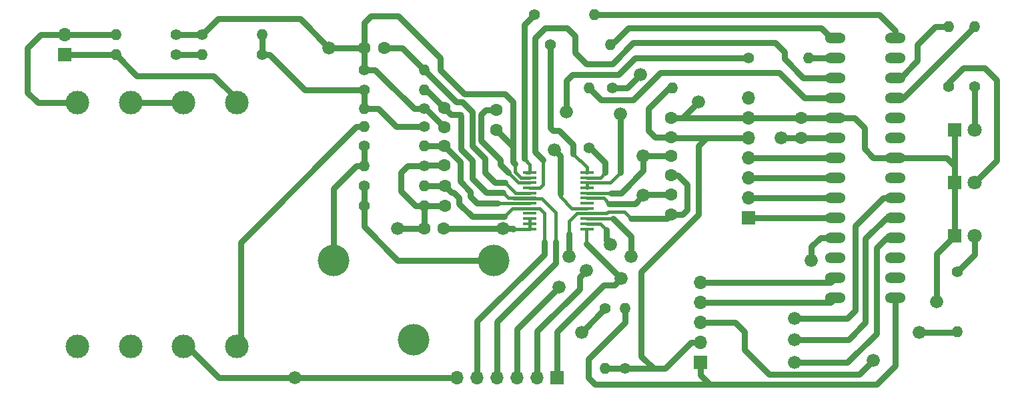
<source format=gbl>
G04 #@! TF.GenerationSoftware,KiCad,Pcbnew,(5.0.0)*
G04 #@! TF.CreationDate,2019-03-14T19:33:34-04:00*
G04 #@! TF.ProjectId,Power Sense 3.0,506F7765722053656E736520332E302E,rev?*
G04 #@! TF.SameCoordinates,Original*
G04 #@! TF.FileFunction,Copper,L2,Bot,Signal*
G04 #@! TF.FilePolarity,Positive*
%FSLAX46Y46*%
G04 Gerber Fmt 4.6, Leading zero omitted, Abs format (unit mm)*
G04 Created by KiCad (PCBNEW (5.0.0)) date 03/14/19 19:33:34*
%MOMM*%
%LPD*%
G01*
G04 APERTURE LIST*
G04 #@! TA.AperFunction,ComponentPad*
%ADD10C,3.000000*%
G04 #@! TD*
G04 #@! TA.AperFunction,ComponentPad*
%ADD11C,1.600000*%
G04 #@! TD*
G04 #@! TA.AperFunction,ComponentPad*
%ADD12R,1.800000X1.800000*%
G04 #@! TD*
G04 #@! TA.AperFunction,ComponentPad*
%ADD13C,1.800000*%
G04 #@! TD*
G04 #@! TA.AperFunction,SMDPad,CuDef*
%ADD14R,1.676400X0.431800*%
G04 #@! TD*
G04 #@! TA.AperFunction,ComponentPad*
%ADD15R,1.700000X1.700000*%
G04 #@! TD*
G04 #@! TA.AperFunction,ComponentPad*
%ADD16O,1.700000X1.700000*%
G04 #@! TD*
G04 #@! TA.AperFunction,ComponentPad*
%ADD17C,1.400000*%
G04 #@! TD*
G04 #@! TA.AperFunction,ComponentPad*
%ADD18O,1.400000X1.400000*%
G04 #@! TD*
G04 #@! TA.AperFunction,ComponentPad*
%ADD19C,4.000000*%
G04 #@! TD*
G04 #@! TA.AperFunction,ComponentPad*
%ADD20O,2.641600X1.320800*%
G04 #@! TD*
G04 #@! TA.AperFunction,ComponentPad*
%ADD21C,1.676400*%
G04 #@! TD*
G04 #@! TA.AperFunction,ViaPad*
%ADD22C,1.676400*%
G04 #@! TD*
G04 #@! TA.AperFunction,Conductor*
%ADD23C,0.762000*%
G04 #@! TD*
G04 #@! TA.AperFunction,Conductor*
%ADD24C,0.406400*%
G04 #@! TD*
G04 APERTURE END LIST*
D10*
G04 #@! TO.P,T2,1*
G04 #@! TO.N,/H*
X98488500Y-65659000D03*
G04 #@! TO.P,T2,2*
G04 #@! TO.N,Net-(T2-Pad2)*
X91757500Y-65659000D03*
G04 #@! TO.P,T2,3*
X85026500Y-65659000D03*
G04 #@! TO.P,T2,4*
G04 #@! TO.N,/N*
X78295500Y-65659000D03*
G04 #@! TO.P,T2,5*
G04 #@! TO.N,Net-(R5-Pad2)*
X98488500Y-96647000D03*
G04 #@! TO.P,T2,6*
G04 #@! TO.N,GND*
X91757500Y-96647000D03*
G04 #@! TO.P,T2,7*
G04 #@! TO.N,Net-(T2-Pad7)*
X85026500Y-96647000D03*
G04 #@! TO.P,T2,8*
G04 #@! TO.N,Net-(T2-Pad8)*
X78295500Y-96647000D03*
G04 #@! TD*
D11*
G04 #@! TO.P,C1,1*
G04 #@! TO.N,GND*
X124968000Y-78740000D03*
G04 #@! TO.P,C1,2*
G04 #@! TO.N,/CH0+*
X124968000Y-76240000D03*
G04 #@! TD*
G04 #@! TO.P,C2,1*
G04 #@! TO.N,Net-(C2-Pad1)*
X124841000Y-71120000D03*
G04 #@! TO.P,C2,2*
G04 #@! TO.N,GND*
X124841000Y-73620000D03*
G04 #@! TD*
G04 #@! TO.P,C3,1*
G04 #@! TO.N,GND*
X124841000Y-68794000D03*
G04 #@! TO.P,C3,2*
G04 #@! TO.N,/CH1-*
X124841000Y-66294000D03*
G04 #@! TD*
G04 #@! TO.P,C4,1*
G04 #@! TO.N,/CH1+*
X117221000Y-58674000D03*
G04 #@! TO.P,C4,2*
G04 #@! TO.N,GND*
X114721000Y-58674000D03*
G04 #@! TD*
G04 #@! TO.P,C5,1*
G04 #@! TO.N,Net-(C5-Pad1)*
X131445000Y-66588000D03*
G04 #@! TO.P,C5,2*
G04 #@! TO.N,GND*
X131445000Y-69088000D03*
G04 #@! TD*
G04 #@! TO.P,C6,1*
G04 #@! TO.N,GND*
X122301000Y-81661000D03*
G04 #@! TO.P,C6,2*
G04 #@! TO.N,Net-(C6-Pad2)*
X124801000Y-81661000D03*
G04 #@! TD*
G04 #@! TO.P,C7,1*
G04 #@! TO.N,GND*
X153670000Y-67564000D03*
G04 #@! TO.P,C7,2*
G04 #@! TO.N,/+5V*
X153670000Y-70064000D03*
G04 #@! TD*
G04 #@! TO.P,C8,1*
G04 #@! TO.N,Net-(C8-Pad1)*
X153670000Y-77343000D03*
G04 #@! TO.P,C8,2*
G04 #@! TO.N,GND*
X153670000Y-79843000D03*
G04 #@! TD*
G04 #@! TO.P,C9,1*
G04 #@! TO.N,Net-(C9-Pad1)*
X153670000Y-72390000D03*
G04 #@! TO.P,C9,2*
G04 #@! TO.N,GND*
X153670000Y-74890000D03*
G04 #@! TD*
G04 #@! TO.P,C10,1*
G04 #@! TO.N,Net-(C10-Pad1)*
X170180000Y-70104000D03*
G04 #@! TO.P,C10,2*
G04 #@! TO.N,GND*
X170180000Y-67604000D03*
G04 #@! TD*
D12*
G04 #@! TO.P,D1,1*
G04 #@! TO.N,GND*
X189611000Y-82550000D03*
D13*
G04 #@! TO.P,D1,2*
G04 #@! TO.N,Net-(D1-Pad2)*
X192151000Y-82550000D03*
G04 #@! TD*
D12*
G04 #@! TO.P,D2,1*
G04 #@! TO.N,GND*
X189611000Y-69088000D03*
D13*
G04 #@! TO.P,D2,2*
G04 #@! TO.N,Net-(D2-Pad2)*
X192151000Y-69088000D03*
G04 #@! TD*
D12*
G04 #@! TO.P,D3,1*
G04 #@! TO.N,GND*
X189611000Y-75819000D03*
D13*
G04 #@! TO.P,D3,2*
G04 #@! TO.N,Net-(D3-Pad2)*
X192151000Y-75819000D03*
G04 #@! TD*
D14*
G04 #@! TO.P,IC1,1*
G04 #@! TO.N,Net-(C6-Pad2)*
X135699500Y-81679999D03*
G04 #@! TO.P,IC1,2*
X135699500Y-81030000D03*
G04 #@! TO.P,IC1,3*
X135699500Y-80380002D03*
G04 #@! TO.P,IC1,4*
G04 #@! TO.N,Net-(IC1-Pad4)*
X135699500Y-79730001D03*
G04 #@! TO.P,IC1,5*
G04 #@! TO.N,/CH0+*
X135699500Y-79080002D03*
G04 #@! TO.P,IC1,6*
G04 #@! TO.N,Net-(C2-Pad1)*
X135699500Y-78430001D03*
G04 #@! TO.P,IC1,7*
G04 #@! TO.N,/CH1-*
X135699500Y-77780002D03*
G04 #@! TO.P,IC1,8*
G04 #@! TO.N,/CH1+*
X135699500Y-77130001D03*
G04 #@! TO.P,IC1,9*
G04 #@! TO.N,/MCLR*
X135699500Y-76480002D03*
G04 #@! TO.P,IC1,10*
G04 #@! TO.N,Net-(C5-Pad1)*
X135699500Y-75830001D03*
G04 #@! TO.P,IC1,11*
G04 #@! TO.N,GND*
X135699500Y-75180002D03*
G04 #@! TO.P,IC1,12*
G04 #@! TO.N,/SCK*
X135699500Y-74530001D03*
G04 #@! TO.P,IC1,13*
G04 #@! TO.N,/SDI*
X142938500Y-74530001D03*
G04 #@! TO.P,IC1,14*
G04 #@! TO.N,/MCP_CS_TO_PIC*
X142938500Y-75180000D03*
G04 #@! TO.P,IC1,15*
G04 #@! TO.N,GND*
X142938500Y-75830001D03*
G04 #@! TO.P,IC1,16*
X142938500Y-76479999D03*
G04 #@! TO.P,IC1,17*
G04 #@! TO.N,Net-(C9-Pad1)*
X142938500Y-77130001D03*
G04 #@! TO.P,IC1,18*
G04 #@! TO.N,Net-(C8-Pad1)*
X142938500Y-77779999D03*
G04 #@! TO.P,IC1,19*
G04 #@! TO.N,Net-(IC1-Pad19)*
X142938500Y-78429998D03*
G04 #@! TO.P,IC1,20*
G04 #@! TO.N,/SDO*
X142938500Y-79079999D03*
G04 #@! TO.P,IC1,21*
G04 #@! TO.N,GND*
X142938500Y-79729998D03*
G04 #@! TO.P,IC1,22*
G04 #@! TO.N,/HFtoPIC*
X142938500Y-80379999D03*
G04 #@! TO.P,IC1,23*
G04 #@! TO.N,/Fo1toPIC*
X142938500Y-81029998D03*
G04 #@! TO.P,IC1,24*
G04 #@! TO.N,/Fo0toPIC*
X142938500Y-81679999D03*
G04 #@! TD*
D15*
G04 #@! TO.P,J1,1*
G04 #@! TO.N,/H*
X76657200Y-59512200D03*
D16*
G04 #@! TO.P,J1,2*
G04 #@! TO.N,/N*
X76657200Y-56972200D03*
G04 #@! TD*
D15*
G04 #@! TO.P,J2,1*
G04 #@! TO.N,/5V_PULL_UP*
X157353000Y-98679000D03*
D16*
G04 #@! TO.P,J2,2*
G04 #@! TO.N,/+5V*
X157353000Y-96139000D03*
G04 #@! TO.P,J2,3*
G04 #@! TO.N,GND*
X157353000Y-93599000D03*
G04 #@! TO.P,J2,4*
G04 #@! TO.N,/PROG_CLK*
X157353000Y-91059000D03*
G04 #@! TO.P,J2,5*
G04 #@! TO.N,/PROG_DI*
X157353000Y-88519000D03*
G04 #@! TD*
D17*
G04 #@! TO.P,R2,1*
G04 #@! TO.N,Net-(R2-Pad1)*
X114681000Y-78740000D03*
D18*
G04 #@! TO.P,R2,2*
G04 #@! TO.N,GND*
X122301000Y-78740000D03*
G04 #@! TD*
D17*
G04 #@! TO.P,R3,1*
G04 #@! TO.N,GND*
X122301000Y-73660000D03*
D18*
G04 #@! TO.P,R3,2*
G04 #@! TO.N,Net-(R3-Pad2)*
X114681000Y-73660000D03*
G04 #@! TD*
D17*
G04 #@! TO.P,R6,1*
G04 #@! TO.N,Net-(R2-Pad1)*
X114681000Y-76200000D03*
D18*
G04 #@! TO.P,R6,2*
G04 #@! TO.N,/CH0+*
X122301000Y-76200000D03*
G04 #@! TD*
D17*
G04 #@! TO.P,R7,1*
G04 #@! TO.N,Net-(R3-Pad2)*
X114681000Y-71120000D03*
D18*
G04 #@! TO.P,R7,2*
G04 #@! TO.N,Net-(C2-Pad1)*
X122301000Y-71120000D03*
G04 #@! TD*
D17*
G04 #@! TO.P,R8,1*
G04 #@! TO.N,Net-(R1-Pad1)*
X114681000Y-64008000D03*
D18*
G04 #@! TO.P,R8,2*
G04 #@! TO.N,/CH1-*
X122301000Y-64008000D03*
G04 #@! TD*
D17*
G04 #@! TO.P,R9,1*
G04 #@! TO.N,GND*
X114681000Y-61468000D03*
D18*
G04 #@! TO.P,R9,2*
G04 #@! TO.N,/CH1+*
X122301000Y-61468000D03*
G04 #@! TD*
D17*
G04 #@! TO.P,R10,1*
G04 #@! TO.N,Net-(D1-Pad2)*
X189992000Y-87122000D03*
D18*
G04 #@! TO.P,R10,2*
G04 #@! TO.N,/LED_TO_25*
X189992000Y-94742000D03*
G04 #@! TD*
D17*
G04 #@! TO.P,R11,1*
G04 #@! TO.N,Net-(C6-Pad2)*
X145288000Y-91821000D03*
D18*
G04 #@! TO.P,R11,2*
G04 #@! TO.N,/+5V*
X145288000Y-99441000D03*
G04 #@! TD*
D17*
G04 #@! TO.P,R13,1*
G04 #@! TO.N,/+5V*
X147828000Y-99441000D03*
D18*
G04 #@! TO.P,R13,2*
G04 #@! TO.N,/5V_PULL_UP*
X147828000Y-91821000D03*
G04 #@! TD*
D17*
G04 #@! TO.P,R14,1*
G04 #@! TO.N,Net-(C10-Pad1)*
X146177000Y-63754000D03*
D18*
G04 #@! TO.P,R14,2*
G04 #@! TO.N,/+5V*
X153797000Y-63754000D03*
G04 #@! TD*
D17*
G04 #@! TO.P,R17,1*
G04 #@! TO.N,/SCK*
X136271000Y-54483000D03*
D18*
G04 #@! TO.P,R17,2*
G04 #@! TO.N,Net-(R17-Pad2)*
X143891000Y-54483000D03*
G04 #@! TD*
D17*
G04 #@! TO.P,R18,1*
G04 #@! TO.N,/SDI*
X138303000Y-58293000D03*
D18*
G04 #@! TO.P,R18,2*
G04 #@! TO.N,Net-(R18-Pad2)*
X145923000Y-58293000D03*
G04 #@! TD*
D17*
G04 #@! TO.P,R19,1*
G04 #@! TO.N,/SDO*
X163449000Y-59944000D03*
D18*
G04 #@! TO.P,R19,2*
G04 #@! TO.N,Net-(R19-Pad2)*
X171069000Y-59944000D03*
G04 #@! TD*
D17*
G04 #@! TO.P,R21,1*
G04 #@! TO.N,/MCP_CS_TO_PIC*
X143256000Y-71374000D03*
D18*
G04 #@! TO.P,R21,2*
G04 #@! TO.N,Net-(R21-Pad2)*
X143256000Y-63754000D03*
G04 #@! TD*
D17*
G04 #@! TO.P,R22,1*
G04 #@! TO.N,Net-(D2-Pad2)*
X192151000Y-63627000D03*
D18*
G04 #@! TO.P,R22,2*
G04 #@! TO.N,/LED_TO_11*
X192151000Y-56007000D03*
G04 #@! TD*
D17*
G04 #@! TO.P,R23,1*
G04 #@! TO.N,Net-(D3-Pad2)*
X188849000Y-63627000D03*
D18*
G04 #@! TO.P,R23,2*
G04 #@! TO.N,/LED_TO_12*
X188849000Y-56007000D03*
G04 #@! TD*
D19*
G04 #@! TO.P,T1,3*
G04 #@! TO.N,N/C*
X120967500Y-95811500D03*
G04 #@! TO.P,T1,2*
G04 #@! TO.N,Net-(R3-Pad2)*
X110807500Y-85671500D03*
G04 #@! TO.P,T1,1*
G04 #@! TO.N,Net-(R2-Pad1)*
X131127500Y-85671500D03*
G04 #@! TD*
D20*
G04 #@! TO.P,U1,1*
G04 #@! TO.N,/5V_PULL_UP*
X182118000Y-90424000D03*
G04 #@! TO.P,U1,2*
G04 #@! TO.N,Net-(U1-Pad2)*
X182118000Y-87884000D03*
G04 #@! TO.P,U1,3*
G04 #@! TO.N,Net-(U1-Pad3)*
X182118000Y-85344000D03*
G04 #@! TO.P,U1,4*
G04 #@! TO.N,/Fo0toPIC*
X182118000Y-82804000D03*
G04 #@! TO.P,U1,5*
G04 #@! TO.N,/HFtoPIC*
X182118000Y-80264000D03*
G04 #@! TO.P,U1,6*
G04 #@! TO.N,/Fo1toPIC*
X182118000Y-77724000D03*
G04 #@! TO.P,U1,7*
G04 #@! TO.N,Net-(U1-Pad7)*
X182118000Y-75184000D03*
G04 #@! TO.P,U1,8*
G04 #@! TO.N,GND*
X182118000Y-72644000D03*
G04 #@! TO.P,U1,9*
G04 #@! TO.N,Net-(U1-Pad9)*
X182118000Y-70104000D03*
G04 #@! TO.P,U1,10*
G04 #@! TO.N,Net-(U1-Pad10)*
X182118000Y-67564000D03*
G04 #@! TO.P,U1,11*
G04 #@! TO.N,/LED_TO_11*
X182118000Y-65024000D03*
G04 #@! TO.P,U1,12*
G04 #@! TO.N,/LED_TO_12*
X182118000Y-62484000D03*
G04 #@! TO.P,U1,13*
G04 #@! TO.N,Net-(U1-Pad13)*
X182118000Y-59944000D03*
G04 #@! TO.P,U1,14*
G04 #@! TO.N,Net-(R17-Pad2)*
X182118000Y-57404000D03*
G04 #@! TO.P,U1,15*
G04 #@! TO.N,Net-(R18-Pad2)*
X174498000Y-57404000D03*
G04 #@! TO.P,U1,16*
G04 #@! TO.N,Net-(R19-Pad2)*
X174498000Y-59944000D03*
G04 #@! TO.P,U1,17*
G04 #@! TO.N,/MCLR*
X174498000Y-62484000D03*
G04 #@! TO.P,U1,18*
G04 #@! TO.N,Net-(R21-Pad2)*
X174498000Y-65024000D03*
G04 #@! TO.P,U1,19*
G04 #@! TO.N,GND*
X174498000Y-67564000D03*
G04 #@! TO.P,U1,20*
G04 #@! TO.N,Net-(C10-Pad1)*
X174498000Y-70104000D03*
G04 #@! TO.P,U1,21*
G04 #@! TO.N,/CHIP_SELECT*
X174498000Y-72644000D03*
G04 #@! TO.P,U1,22*
G04 #@! TO.N,/SPI_CLK*
X174498000Y-75184000D03*
G04 #@! TO.P,U1,23*
G04 #@! TO.N,/SPI_MD_OUT*
X174498000Y-77724000D03*
G04 #@! TO.P,U1,24*
G04 #@! TO.N,/SPI_MD_IN*
X174498000Y-80264000D03*
G04 #@! TO.P,U1,25*
G04 #@! TO.N,/LED_TO_25*
X174498000Y-82804000D03*
G04 #@! TO.P,U1,26*
G04 #@! TO.N,Net-(U1-Pad26)*
X174498000Y-85344000D03*
G04 #@! TO.P,U1,27*
G04 #@! TO.N,/PROG_DI*
X174498000Y-87884000D03*
G04 #@! TO.P,U1,28*
G04 #@! TO.N,/PROG_CLK*
X174498000Y-90424000D03*
G04 #@! TD*
D21*
G04 #@! TO.P,Y1,1*
G04 #@! TO.N,Net-(C8-Pad1)*
X150114000Y-77430000D03*
G04 #@! TO.P,Y1,2*
G04 #@! TO.N,Net-(C9-Pad1)*
X150114000Y-72430000D03*
G04 #@! TD*
D17*
G04 #@! TO.P,R12,1*
G04 #@! TO.N,GND*
X122301000Y-66421000D03*
D18*
G04 #@! TO.P,R12,2*
G04 #@! TO.N,Net-(R1-Pad1)*
X114681000Y-66421000D03*
G04 #@! TD*
D17*
G04 #@! TO.P,R1,1*
G04 #@! TO.N,Net-(R1-Pad1)*
X101727000Y-59563000D03*
D18*
G04 #@! TO.P,R1,2*
G04 #@! TO.N,Net-(R1-Pad2)*
X94107000Y-59563000D03*
G04 #@! TD*
D17*
G04 #@! TO.P,R4,1*
G04 #@! TO.N,GND*
X94107000Y-57023000D03*
D18*
G04 #@! TO.P,R4,2*
G04 #@! TO.N,Net-(R1-Pad1)*
X101727000Y-57023000D03*
G04 #@! TD*
G04 #@! TO.P,R5,2*
G04 #@! TO.N,Net-(R5-Pad2)*
X114681000Y-68707000D03*
D17*
G04 #@! TO.P,R5,1*
G04 #@! TO.N,Net-(R1-Pad1)*
X122301000Y-68707000D03*
G04 #@! TD*
D16*
G04 #@! TO.P,J4,6*
G04 #@! TO.N,GND*
X126492000Y-100584000D03*
G04 #@! TO.P,J4,5*
G04 #@! TO.N,/CH0+*
X129032000Y-100584000D03*
G04 #@! TO.P,J4,4*
G04 #@! TO.N,/CH1-*
X131572000Y-100584000D03*
G04 #@! TO.P,J4,3*
G04 #@! TO.N,/HFtoPIC*
X134112000Y-100584000D03*
G04 #@! TO.P,J4,2*
G04 #@! TO.N,/Fo1toPIC*
X136652000Y-100584000D03*
D15*
G04 #@! TO.P,J4,1*
G04 #@! TO.N,/Fo0toPIC*
X139192000Y-100584000D03*
G04 #@! TD*
D17*
G04 #@! TO.P,R20,1*
G04 #@! TO.N,Net-(R1-Pad2)*
X90805000Y-59563000D03*
D18*
G04 #@! TO.P,R20,2*
G04 #@! TO.N,/H*
X83185000Y-59563000D03*
G04 #@! TD*
G04 #@! TO.P,R24,2*
G04 #@! TO.N,/N*
X83185000Y-57023000D03*
D17*
G04 #@! TO.P,R24,1*
G04 #@! TO.N,GND*
X90805000Y-57023000D03*
G04 #@! TD*
D15*
G04 #@! TO.P,J3,1*
G04 #@! TO.N,/SPI_MD_IN*
X163449000Y-80264000D03*
D16*
G04 #@! TO.P,J3,2*
G04 #@! TO.N,/SPI_MD_OUT*
X163449000Y-77724000D03*
G04 #@! TO.P,J3,3*
G04 #@! TO.N,/SPI_CLK*
X163449000Y-75184000D03*
G04 #@! TO.P,J3,4*
G04 #@! TO.N,/CHIP_SELECT*
X163449000Y-72644000D03*
G04 #@! TO.P,J3,5*
G04 #@! TO.N,/+5V*
X163449000Y-70104000D03*
G04 #@! TO.P,J3,6*
G04 #@! TO.N,GND*
X163449000Y-67564000D03*
G04 #@! TO.P,J3,7*
G04 #@! TO.N,/+12V*
X163449000Y-65024000D03*
G04 #@! TD*
D22*
G04 #@! TO.N,GND*
X105918000Y-100584000D03*
X118935500Y-81661000D03*
X110236000Y-58674000D03*
X179324000Y-98425000D03*
X187325000Y-90932000D03*
X157099000Y-65532000D03*
X147193000Y-67056000D03*
X140716000Y-85153500D03*
G04 #@! TO.N,Net-(C6-Pad2)*
X142303500Y-94805500D03*
X132270500Y-81661000D03*
G04 #@! TO.N,Net-(C10-Pad1)*
X167640000Y-70104000D03*
X149733000Y-62103000D03*
G04 #@! TO.N,/SDO*
X138811000Y-71628000D03*
X140335000Y-66802000D03*
G04 #@! TO.N,/HFtoPIC*
X139446000Y-89090500D03*
X169291000Y-95758000D03*
X148590000Y-85217000D03*
G04 #@! TO.N,/Fo1toPIC*
X142875000Y-86995000D03*
X169291000Y-93091000D03*
X145923000Y-83693000D03*
G04 #@! TO.N,/Fo0toPIC*
X169291000Y-98679000D03*
X147320000Y-88011000D03*
G04 #@! TO.N,/LED_TO_25*
X185166000Y-94869000D03*
X171450000Y-85725000D03*
G04 #@! TD*
D23*
G04 #@! TO.N,GND*
X153670000Y-74890000D02*
X154519000Y-74890000D01*
X154519000Y-74890000D02*
X155702000Y-76073000D01*
X187325000Y-90932000D02*
X187325000Y-84836000D01*
X187325000Y-84836000D02*
X189611000Y-82550000D01*
X155067000Y-67564000D02*
X157099000Y-65532000D01*
X155067000Y-67564000D02*
X153670000Y-67564000D01*
X147193000Y-67056000D02*
X147193000Y-74549000D01*
D24*
X145911999Y-75830001D02*
X147193000Y-74549000D01*
X145911999Y-75830001D02*
X142938500Y-75830001D01*
X134616002Y-75180002D02*
X133858000Y-74422000D01*
X133858000Y-74422000D02*
X133858000Y-73787000D01*
X135699500Y-75180002D02*
X134616002Y-75180002D01*
D23*
X153122000Y-80391000D02*
X148590000Y-80391000D01*
D24*
X145441002Y-79729998D02*
X145669000Y-79502000D01*
X145669000Y-79502000D02*
X147701000Y-79502000D01*
X147701000Y-79502000D02*
X148590000Y-80391000D01*
X145441002Y-79729998D02*
X142938500Y-79729998D01*
D23*
X153122000Y-80391000D02*
X153670000Y-79843000D01*
X153670000Y-79843000D02*
X153710000Y-79843000D01*
X162052000Y-67564000D02*
X155067000Y-67564000D01*
D24*
X142938500Y-75830001D02*
X142938500Y-76479999D01*
D23*
X169418000Y-67604000D02*
X162092000Y-67604000D01*
X163489000Y-67604000D02*
X163449000Y-67564000D01*
X174498000Y-67564000D02*
X169458000Y-67564000D01*
X169458000Y-67564000D02*
X169418000Y-67604000D01*
X182118000Y-72644000D02*
X179324000Y-72644000D01*
X176911000Y-67564000D02*
X174498000Y-67564000D01*
X178181000Y-68834000D02*
X176911000Y-67564000D01*
X178181000Y-71501000D02*
X178181000Y-68834000D01*
X179324000Y-72644000D02*
X178181000Y-71501000D01*
X182118000Y-72644000D02*
X188595000Y-72644000D01*
X188595000Y-72644000D02*
X189611000Y-73660000D01*
X189611000Y-82550000D02*
X189611000Y-75819000D01*
X189611000Y-69088000D02*
X189611000Y-73660000D01*
X189611000Y-73660000D02*
X189611000Y-75819000D01*
X177546000Y-100203000D02*
X179324000Y-98425000D01*
X166116000Y-100203000D02*
X177546000Y-100203000D01*
X162941000Y-97028000D02*
X166116000Y-100203000D01*
X162941000Y-94742000D02*
X162941000Y-97028000D01*
X157353000Y-93599000D02*
X161798000Y-93599000D01*
X161798000Y-93599000D02*
X162941000Y-94742000D01*
X94157800Y-56972200D02*
X94234000Y-56896000D01*
X110236000Y-58674000D02*
X114721000Y-58674000D01*
X122468000Y-66421000D02*
X124841000Y-68794000D01*
X122301000Y-66421000D02*
X122468000Y-66421000D01*
X114721000Y-61428000D02*
X114681000Y-61468000D01*
X114721000Y-58674000D02*
X114721000Y-61428000D01*
D24*
X133858000Y-73787000D02*
X133858000Y-73406000D01*
D23*
X133858000Y-73406000D02*
X133604000Y-73152000D01*
X132244999Y-69887999D02*
X133604000Y-71247000D01*
X131445000Y-69088000D02*
X132244999Y-69887999D01*
X133604000Y-73152000D02*
X133604000Y-71247000D01*
X90805000Y-57023000D02*
X94107000Y-57023000D01*
X106553000Y-54991000D02*
X110236000Y-58674000D01*
X94107000Y-57023000D02*
X96139000Y-54991000D01*
X96139000Y-54991000D02*
X106553000Y-54991000D01*
X122341000Y-73620000D02*
X122301000Y-73660000D01*
X124841000Y-73620000D02*
X122341000Y-73620000D01*
X122301000Y-78740000D02*
X124968000Y-78740000D01*
X122301000Y-78740000D02*
X122301000Y-81661000D01*
D24*
X141693900Y-79729998D02*
X140716000Y-80707898D01*
X140716000Y-80707898D02*
X140716000Y-82296000D01*
X142938500Y-79729998D02*
X141693900Y-79729998D01*
D23*
X140716000Y-83968107D02*
X140716000Y-82296000D01*
X140716000Y-85153500D02*
X140716000Y-83968107D01*
X96202500Y-100584000D02*
X110680500Y-100584000D01*
X92265500Y-96647000D02*
X96202500Y-100584000D01*
X118935500Y-81661000D02*
X122301000Y-81661000D01*
X110680500Y-100584000D02*
X126492000Y-100584000D01*
X121221500Y-78740000D02*
X122301000Y-78740000D01*
X119380000Y-76898500D02*
X121221500Y-78740000D01*
X119380000Y-74511551D02*
X119380000Y-76898500D01*
X122301000Y-73660000D02*
X120231551Y-73660000D01*
X120231551Y-73660000D02*
X119380000Y-74511551D01*
X133604000Y-65532000D02*
X133604000Y-71247000D01*
X132588000Y-64516000D02*
X133604000Y-65532000D01*
X127381000Y-64516000D02*
X132588000Y-64516000D01*
X114721000Y-58674000D02*
X114721000Y-55459000D01*
X114721000Y-55459000D02*
X115570000Y-54610000D01*
X115570000Y-54610000D02*
X118999000Y-54610000D01*
X118999000Y-54610000D02*
X124333000Y-59944000D01*
X124333000Y-59944000D02*
X124333000Y-61468000D01*
X124333000Y-61468000D02*
X127381000Y-64516000D01*
X122301000Y-66421000D02*
X121031000Y-66421000D01*
X121031000Y-66421000D02*
X116840000Y-62230000D01*
X114681000Y-61468000D02*
X116078000Y-61468000D01*
X116078000Y-61468000D02*
X116840000Y-62230000D01*
X153670000Y-79843000D02*
X154801370Y-79843000D01*
X155702000Y-76073000D02*
X155702000Y-79248000D01*
X155107000Y-79843000D02*
X154801370Y-79843000D01*
X155702000Y-79248000D02*
X155107000Y-79843000D01*
D24*
G04 #@! TO.N,Net-(C2-Pad1)*
X135699500Y-78430001D02*
X131627999Y-78430001D01*
D23*
X122301000Y-71120000D02*
X124841000Y-71120000D01*
X124841000Y-71120000D02*
X126873000Y-73152000D01*
X131620498Y-78422500D02*
X131627999Y-78430001D01*
X129032000Y-78422500D02*
X131620498Y-78422500D01*
X128193801Y-77584301D02*
X129032000Y-78422500D01*
X128193801Y-76969418D02*
X128193801Y-77584301D01*
X126873000Y-75648617D02*
X128193801Y-76969418D01*
X126873000Y-73152000D02*
X126873000Y-75648617D01*
D24*
G04 #@! TO.N,Net-(C5-Pad1)*
X134250001Y-75830001D02*
X132969000Y-74549000D01*
X134250001Y-75830001D02*
X135699500Y-75830001D01*
D23*
X131953000Y-73533000D02*
X132969000Y-74549000D01*
X131953000Y-72898000D02*
X131953000Y-73533000D01*
X129540000Y-70485000D02*
X131953000Y-72898000D01*
X129540000Y-67136000D02*
X129540000Y-70485000D01*
X131445000Y-66588000D02*
X130088000Y-66588000D01*
X130088000Y-66588000D02*
X129540000Y-67136000D01*
D24*
G04 #@! TO.N,Net-(C6-Pad2)*
X135699500Y-81030000D02*
X135699500Y-80380002D01*
X135699500Y-81679999D02*
X135699500Y-81030000D01*
D23*
X133585001Y-81661000D02*
X133604000Y-81679999D01*
X124801000Y-81661000D02*
X127381000Y-81661000D01*
D24*
X135699500Y-81679999D02*
X133604000Y-81679999D01*
X133604000Y-81679999D02*
X133368999Y-81679999D01*
D23*
X127381000Y-81661000D02*
X132270500Y-81661000D01*
X132270500Y-81661000D02*
X133585001Y-81661000D01*
X145288000Y-91821000D02*
X142303500Y-94805500D01*
G04 #@! TO.N,/+5V*
X153797000Y-63754000D02*
X153416000Y-63754000D01*
X153416000Y-63754000D02*
X150749000Y-66421000D01*
X150749000Y-66421000D02*
X150749000Y-69215000D01*
X150749000Y-69215000D02*
X151598000Y-70064000D01*
X151598000Y-70064000D02*
X153670000Y-70064000D01*
X162052000Y-70104000D02*
X158115000Y-70104000D01*
X158115000Y-70104000D02*
X153710000Y-70104000D01*
X153710000Y-70104000D02*
X153670000Y-70064000D01*
X145542000Y-99441000D02*
X147955000Y-99441000D01*
X157099000Y-71120000D02*
X157099000Y-79883000D01*
X158115000Y-70104000D02*
X157099000Y-71120000D01*
X151130000Y-99441000D02*
X151447500Y-99441000D01*
X147828000Y-99441000D02*
X151130000Y-99441000D01*
X156150919Y-96139000D02*
X152848919Y-99441000D01*
X157353000Y-96139000D02*
X156150919Y-96139000D01*
X152848919Y-99441000D02*
X151130000Y-99441000D01*
X149860000Y-97853500D02*
X151447500Y-99441000D01*
X157099000Y-79883000D02*
X149860000Y-87122000D01*
X149860000Y-87122000D02*
X149860000Y-97853500D01*
X162052000Y-70104000D02*
X163449000Y-70104000D01*
G04 #@! TO.N,Net-(C8-Pad1)*
X145796000Y-78486000D02*
X149058000Y-78486000D01*
D24*
X142938500Y-77779999D02*
X145089999Y-77779999D01*
X145089999Y-77779999D02*
X145796000Y-78486000D01*
D23*
X149058000Y-78486000D02*
X150114000Y-77430000D01*
X153670000Y-77343000D02*
X150201000Y-77343000D01*
X150201000Y-77343000D02*
X150114000Y-77430000D01*
G04 #@! TO.N,Net-(C9-Pad1)*
X146008999Y-77130001D02*
X147278999Y-77130001D01*
D24*
X142938500Y-77130001D02*
X146008999Y-77130001D01*
D23*
X150114000Y-74295000D02*
X150114000Y-72430000D01*
X147278999Y-77130001D02*
X150114000Y-74295000D01*
X153670000Y-72390000D02*
X150154000Y-72390000D01*
X150154000Y-72390000D02*
X150114000Y-72430000D01*
G04 #@! TO.N,Net-(C10-Pad1)*
X167640000Y-70104000D02*
X169418000Y-70104000D01*
X169418000Y-70104000D02*
X174498000Y-70104000D01*
X148082000Y-63754000D02*
X146177000Y-63754000D01*
X149733000Y-62103000D02*
X148082000Y-63754000D01*
G04 #@! TO.N,Net-(D1-Pad2)*
X192151000Y-82550000D02*
X192151000Y-84963000D01*
X192151000Y-84963000D02*
X189992000Y-87122000D01*
G04 #@! TO.N,Net-(D2-Pad2)*
X192151000Y-63627000D02*
X192151000Y-69088000D01*
G04 #@! TO.N,Net-(D3-Pad2)*
X188849000Y-63627000D02*
X188849000Y-63119000D01*
X188849000Y-63119000D02*
X190754000Y-61214000D01*
X190754000Y-61214000D02*
X193421000Y-61214000D01*
X193421000Y-61214000D02*
X194945000Y-62738000D01*
X194945000Y-62738000D02*
X194945000Y-73025000D01*
X194945000Y-73025000D02*
X192151000Y-75819000D01*
D24*
G04 #@! TO.N,/MCLR*
X137414000Y-72898000D02*
X137414000Y-76073000D01*
X135699500Y-76480002D02*
X137006998Y-76480002D01*
X137414000Y-76073000D02*
X137006998Y-76480002D01*
D23*
X136383799Y-71867799D02*
X137414000Y-72898000D01*
X136383799Y-57418201D02*
X136383799Y-71867799D01*
X137668000Y-56134000D02*
X136383799Y-57418201D01*
X140462000Y-56134000D02*
X137668000Y-56134000D01*
X141478000Y-57150000D02*
X140462000Y-56134000D01*
X141478000Y-59309000D02*
X141478000Y-57150000D01*
X146177000Y-60706000D02*
X142875000Y-60706000D01*
X170434000Y-62484000D02*
X168021000Y-60071000D01*
X174498000Y-62484000D02*
X170434000Y-62484000D01*
X168021000Y-60071000D02*
X168021000Y-59182000D01*
X168021000Y-59182000D02*
X166878000Y-58039000D01*
X166878000Y-58039000D02*
X148844000Y-58039000D01*
X142875000Y-60706000D02*
X141478000Y-59309000D01*
X148844000Y-58039000D02*
X146177000Y-60706000D01*
D24*
G04 #@! TO.N,/SCK*
X135699500Y-73469500D02*
X135001000Y-72771000D01*
X135699500Y-73469500D02*
X135699500Y-74530001D01*
X135699500Y-74530001D02*
X135236001Y-74530001D01*
D23*
X135001000Y-55753000D02*
X136271000Y-54483000D01*
X135001000Y-61595000D02*
X135001000Y-55753000D01*
X135001000Y-61595000D02*
X135001000Y-72771000D01*
D24*
G04 #@! TO.N,/SDI*
X142919501Y-74549000D02*
X142938500Y-74530001D01*
X142938500Y-73850500D02*
X141224000Y-72136000D01*
X142938500Y-73850500D02*
X142938500Y-74530001D01*
D23*
X141224000Y-70993000D02*
X141224000Y-72136000D01*
X139446000Y-69215000D02*
X141224000Y-70993000D01*
X138684000Y-69215000D02*
X139446000Y-69215000D01*
X138303000Y-58293000D02*
X138303000Y-68834000D01*
X138303000Y-68834000D02*
X138684000Y-69215000D01*
D24*
G04 #@! TO.N,/MCP_CS_TO_PIC*
X144653000Y-75180000D02*
X144657000Y-75180000D01*
X144657000Y-75180000D02*
X145288000Y-74549000D01*
D23*
X145288000Y-73279000D02*
X143383000Y-71374000D01*
X145288000Y-73279000D02*
X145288000Y-74549000D01*
D24*
X142938500Y-75180000D02*
X144653000Y-75180000D01*
D23*
X143256000Y-71374000D02*
X143383000Y-71374000D01*
D24*
G04 #@! TO.N,/SDO*
X139573000Y-77216000D02*
X139573000Y-77597000D01*
D23*
X138811000Y-71628000D02*
X139573000Y-72390000D01*
X139573000Y-72390000D02*
X139573000Y-77216000D01*
D24*
X141055999Y-79079999D02*
X142938500Y-79079999D01*
X139573000Y-77597000D02*
X141055999Y-79079999D01*
D23*
X149098000Y-59944000D02*
X163449000Y-59944000D01*
X146939000Y-62103000D02*
X149098000Y-59944000D01*
X141097000Y-62103000D02*
X146939000Y-62103000D01*
X140335000Y-66802000D02*
X140335000Y-62865000D01*
X140335000Y-62865000D02*
X141097000Y-62103000D01*
G04 #@! TO.N,/HFtoPIC*
X146292999Y-80379999D02*
X148590000Y-82677000D01*
D24*
X142938500Y-80379999D02*
X146292999Y-80379999D01*
D23*
X178308000Y-93599000D02*
X176149000Y-95758000D01*
X178308000Y-82931000D02*
X180975000Y-80264000D01*
X178308000Y-82931000D02*
X178308000Y-92837000D01*
X178308000Y-92837000D02*
X178308000Y-93599000D01*
X169291000Y-95758000D02*
X176149000Y-95758000D01*
X148590000Y-82677000D02*
X148590000Y-85217000D01*
X182118000Y-80264000D02*
X180975000Y-80264000D01*
X134112000Y-94424500D02*
X139446000Y-89090500D01*
X134112000Y-100584000D02*
X134112000Y-94424500D01*
G04 #@! TO.N,/Fo1toPIC*
X145415000Y-81788000D02*
X145415000Y-83185000D01*
X172847000Y-93091000D02*
X169291000Y-93091000D01*
X180594000Y-77724000D02*
X177038000Y-81280000D01*
X177038000Y-81280000D02*
X177038000Y-92075000D01*
X177038000Y-92075000D02*
X176022000Y-93091000D01*
X176022000Y-93091000D02*
X172847000Y-93091000D01*
X182118000Y-77724000D02*
X180594000Y-77724000D01*
D24*
X144656998Y-81029998D02*
X145415000Y-81788000D01*
X144656998Y-81029998D02*
X142938500Y-81029998D01*
D23*
X145415000Y-83185000D02*
X145923000Y-83693000D01*
X142036801Y-87833199D02*
X142875000Y-86995000D01*
X142036801Y-89306399D02*
X142036801Y-87833199D01*
X136652000Y-100584000D02*
X136652000Y-94691200D01*
X136652000Y-94691200D02*
X142036801Y-89306399D01*
G04 #@! TO.N,/Fo0toPIC*
X179705000Y-93726000D02*
X179705000Y-94996000D01*
X180975000Y-82804000D02*
X179705000Y-84074000D01*
X179705000Y-84074000D02*
X179705000Y-93726000D01*
X169291000Y-98679000D02*
X176022000Y-98679000D01*
X179705000Y-94996000D02*
X176022000Y-98679000D01*
D24*
X142875000Y-83566000D02*
X142875000Y-81743499D01*
X142875000Y-81743499D02*
X142938500Y-81679999D01*
D23*
X182118000Y-82804000D02*
X180975000Y-82804000D01*
X147320000Y-88011000D02*
X142875000Y-83566000D01*
X146481801Y-88849199D02*
X147320000Y-88011000D01*
X145084801Y-88849199D02*
X146481801Y-88849199D01*
X139192000Y-100584000D02*
X139192000Y-94742000D01*
X139192000Y-94742000D02*
X145084801Y-88849199D01*
G04 #@! TO.N,/H*
X76708000Y-59563000D02*
X76657200Y-59512200D01*
X83134200Y-59512200D02*
X83185000Y-59563000D01*
X76657200Y-59512200D02*
X83134200Y-59512200D01*
X83185000Y-59563000D02*
X85852000Y-62230000D01*
X95567500Y-62230000D02*
X98996500Y-65659000D01*
X85852000Y-62230000D02*
X95567500Y-62230000D01*
G04 #@! TO.N,/5V_PULL_UP*
X182118000Y-99060000D02*
X179705000Y-101473000D01*
X179705000Y-101473000D02*
X166624000Y-101473000D01*
X182118000Y-90424000D02*
X182118000Y-99060000D01*
X166624000Y-101473000D02*
X162306000Y-101473000D01*
X162306000Y-101473000D02*
X160655000Y-101473000D01*
X160655000Y-101473000D02*
X157861000Y-101473000D01*
X157861000Y-101385000D02*
X157861000Y-101473000D01*
X158535000Y-101473000D02*
X160655000Y-101473000D01*
X157353000Y-100291000D02*
X158535000Y-101473000D01*
X157353000Y-98679000D02*
X157353000Y-100291000D01*
X147828000Y-93535500D02*
X147828000Y-91821000D01*
X143129000Y-98234500D02*
X147828000Y-93535500D01*
X143129000Y-100584000D02*
X143129000Y-98234500D01*
X157861000Y-101473000D02*
X144018000Y-101473000D01*
X144018000Y-101473000D02*
X143129000Y-100584000D01*
G04 #@! TO.N,/PROG_CLK*
X173863000Y-91059000D02*
X174498000Y-90424000D01*
X157353000Y-91059000D02*
X173863000Y-91059000D01*
G04 #@! TO.N,/PROG_DI*
X173863000Y-88519000D02*
X174498000Y-87884000D01*
X157353000Y-88519000D02*
X173863000Y-88519000D01*
G04 #@! TO.N,/SPI_MD_IN*
X163449000Y-80264000D02*
X174498000Y-80264000D01*
G04 #@! TO.N,/SPI_MD_OUT*
X163449000Y-77724000D02*
X174498000Y-77724000D01*
G04 #@! TO.N,/SPI_CLK*
X172415200Y-75184000D02*
X163449000Y-75184000D01*
X174498000Y-75184000D02*
X172415200Y-75184000D01*
G04 #@! TO.N,/CHIP_SELECT*
X163449000Y-72644000D02*
X174498000Y-72644000D01*
G04 #@! TO.N,Net-(R1-Pad1)*
X101727000Y-57023000D02*
X101727000Y-59563000D01*
X113691051Y-64008000D02*
X114681000Y-64008000D01*
X107161949Y-64008000D02*
X113691051Y-64008000D01*
X102716949Y-59563000D02*
X107161949Y-64008000D01*
X101727000Y-59563000D02*
X102716949Y-59563000D01*
X114681000Y-64008000D02*
X114681000Y-66421000D01*
X114681000Y-66421000D02*
X116459000Y-66421000D01*
X118745000Y-68707000D02*
X122301000Y-68707000D01*
X116459000Y-66421000D02*
X118745000Y-68707000D01*
G04 #@! TO.N,Net-(R2-Pad1)*
X114681000Y-78740000D02*
X114681000Y-76200000D01*
X114681000Y-78740000D02*
X114681000Y-81407000D01*
X118945500Y-85671500D02*
X131127500Y-85671500D01*
X114681000Y-81407000D02*
X118945500Y-85671500D01*
G04 #@! TO.N,Net-(R3-Pad2)*
X114681000Y-71120000D02*
X114681000Y-73660000D01*
X110807500Y-76543551D02*
X110807500Y-85671500D01*
X114681000Y-73660000D02*
X113691051Y-73660000D01*
X113691051Y-73660000D02*
X110807500Y-76543551D01*
G04 #@! TO.N,Net-(R5-Pad2)*
X98996500Y-94525680D02*
X98996500Y-96647000D01*
X98996500Y-83401551D02*
X98996500Y-94525680D01*
X113691051Y-68707000D02*
X98996500Y-83401551D01*
X114681000Y-68707000D02*
X113691051Y-68707000D01*
G04 #@! TO.N,/LED_TO_25*
X189865000Y-94869000D02*
X185166000Y-94869000D01*
X171450000Y-85725000D02*
X171450000Y-83947000D01*
X171450000Y-83947000D02*
X172593000Y-82804000D01*
X172593000Y-82804000D02*
X174498000Y-82804000D01*
X189865000Y-94869000D02*
X189992000Y-94742000D01*
G04 #@! TO.N,Net-(R17-Pad2)*
X182118000Y-57404000D02*
X182118000Y-56515000D01*
X182118000Y-56515000D02*
X180086000Y-54483000D01*
X144880949Y-54483000D02*
X146431000Y-54483000D01*
X143891000Y-54483000D02*
X144880949Y-54483000D01*
X180086000Y-54483000D02*
X146431000Y-54483000D01*
X146431000Y-54483000D02*
X145669000Y-54483000D01*
G04 #@! TO.N,Net-(R18-Pad2)*
X174498000Y-57404000D02*
X173990000Y-57404000D01*
X173990000Y-57404000D02*
X172720000Y-56134000D01*
X148209000Y-56134000D02*
X146431000Y-57912000D01*
X172720000Y-56134000D02*
X148209000Y-56134000D01*
G04 #@! TO.N,Net-(R19-Pad2)*
X174498000Y-59944000D02*
X171069000Y-59944000D01*
G04 #@! TO.N,Net-(R21-Pad2)*
X153543000Y-61849000D02*
X152273000Y-61849000D01*
X143256000Y-63754000D02*
X144780000Y-65278000D01*
X157353000Y-61849000D02*
X153797000Y-61849000D01*
X170561000Y-65024000D02*
X167386000Y-61849000D01*
X167386000Y-61849000D02*
X157353000Y-61849000D01*
X170561000Y-65024000D02*
X174498000Y-65024000D01*
X153797000Y-61849000D02*
X153543000Y-61849000D01*
X148844000Y-65278000D02*
X144780000Y-65278000D01*
X152273000Y-61849000D02*
X148844000Y-65278000D01*
G04 #@! TO.N,/LED_TO_11*
X182118000Y-65024000D02*
X183134000Y-65024000D01*
X183134000Y-65024000D02*
X192151000Y-56007000D01*
G04 #@! TO.N,/LED_TO_12*
X184912000Y-60325000D02*
X184912000Y-58293000D01*
X184912000Y-58293000D02*
X187198000Y-56007000D01*
X187198000Y-56007000D02*
X188849000Y-56007000D01*
X182753000Y-62484000D02*
X184912000Y-60325000D01*
X182118000Y-62484000D02*
X182753000Y-62484000D01*
G04 #@! TO.N,/CH0+*
X131318000Y-80137000D02*
X131318000Y-80137000D01*
D24*
X135699500Y-79080002D02*
X133517998Y-79080002D01*
X133517998Y-79080002D02*
X132461000Y-80137000D01*
D23*
X131318000Y-80137000D02*
X132461000Y-80137000D01*
X128397000Y-80137000D02*
X131318000Y-80137000D01*
X126746000Y-78486000D02*
X128397000Y-80137000D01*
X125767999Y-77039999D02*
X126061999Y-77039999D01*
X124968000Y-76240000D02*
X125767999Y-77039999D01*
X126746000Y-77724000D02*
X126746000Y-78486000D01*
X126061999Y-77039999D02*
X126746000Y-77724000D01*
D24*
X136944100Y-79080002D02*
X137541000Y-79676902D01*
X135699500Y-79080002D02*
X136944100Y-79080002D01*
X137541000Y-79676902D02*
X137541000Y-83312000D01*
D23*
X137541000Y-84899500D02*
X137541000Y-83312000D01*
X129032000Y-100584000D02*
X129032000Y-93408500D01*
X129032000Y-93408500D02*
X137541000Y-84899500D01*
X124928000Y-76200000D02*
X124968000Y-76240000D01*
X122301000Y-76200000D02*
X124928000Y-76200000D01*
D24*
G04 #@! TO.N,/CH1+*
X133899001Y-77130001D02*
X132588000Y-75819000D01*
X134280001Y-77130001D02*
X133899001Y-77130001D01*
X134280001Y-77130001D02*
X135699500Y-77130001D01*
D23*
X126365000Y-65532000D02*
X122301000Y-61468000D01*
X127127000Y-65532000D02*
X126365000Y-65532000D01*
X128397000Y-66802000D02*
X127127000Y-65532000D01*
X128397000Y-66802000D02*
X128397000Y-71120000D01*
X128397000Y-71120000D02*
X130048000Y-72771000D01*
X130048000Y-72771000D02*
X130048000Y-74549000D01*
X131318000Y-75819000D02*
X132588000Y-75819000D01*
X130048000Y-74549000D02*
X131318000Y-75819000D01*
X119507000Y-58674000D02*
X122301000Y-61468000D01*
X117221000Y-58674000D02*
X119507000Y-58674000D01*
G04 #@! TO.N,Net-(T2-Pad2)*
X85534500Y-65659000D02*
X92265500Y-65659000D01*
G04 #@! TO.N,/N*
X83134200Y-56972200D02*
X83185000Y-57023000D01*
X76657200Y-56972200D02*
X83134200Y-56972200D01*
X73279000Y-65659000D02*
X78803500Y-65659000D01*
X71945500Y-64325500D02*
X73279000Y-65659000D01*
X71945500Y-58674000D02*
X71945500Y-64325500D01*
X76657200Y-56972200D02*
X73647300Y-56972200D01*
X73647300Y-56972200D02*
X71945500Y-58674000D01*
G04 #@! TO.N,Net-(R1-Pad2)*
X90805000Y-59563000D02*
X94107000Y-59563000D01*
D24*
G04 #@! TO.N,/CH1-*
X133025002Y-77780002D02*
X132334000Y-77089000D01*
X133533002Y-77780002D02*
X135699500Y-77780002D01*
X133533002Y-77780002D02*
X133025002Y-77780002D01*
D23*
X122555000Y-64008000D02*
X124841000Y-66294000D01*
X122301000Y-64008000D02*
X122555000Y-64008000D01*
X139001500Y-83312000D02*
X139001500Y-86042500D01*
X131572000Y-93472000D02*
X131572000Y-100584000D01*
X139001500Y-86042500D02*
X131572000Y-93472000D01*
D24*
X137215993Y-77786411D02*
X136912952Y-77786411D01*
X139001500Y-79571918D02*
X137215993Y-77786411D01*
X139001500Y-83312000D02*
X139001500Y-79571918D01*
X136900261Y-77799102D02*
X136912952Y-77786411D01*
X133639799Y-77799102D02*
X136900261Y-77799102D01*
X133620699Y-77780002D02*
X133639799Y-77799102D01*
X133533002Y-77780002D02*
X133620699Y-77780002D01*
D23*
X128397000Y-75311000D02*
X130175000Y-77089000D01*
X130175000Y-77089000D02*
X132334000Y-77089000D01*
X125730000Y-67183000D02*
X126873000Y-67183000D01*
X124841000Y-66294000D02*
X125730000Y-67183000D01*
X126873000Y-67183000D02*
X127000000Y-67310000D01*
X127000000Y-67310000D02*
X127000000Y-71596013D01*
X127000000Y-71596013D02*
X128397000Y-72993013D01*
X128397000Y-72993013D02*
X128397000Y-75311000D01*
G04 #@! TD*
M02*

</source>
